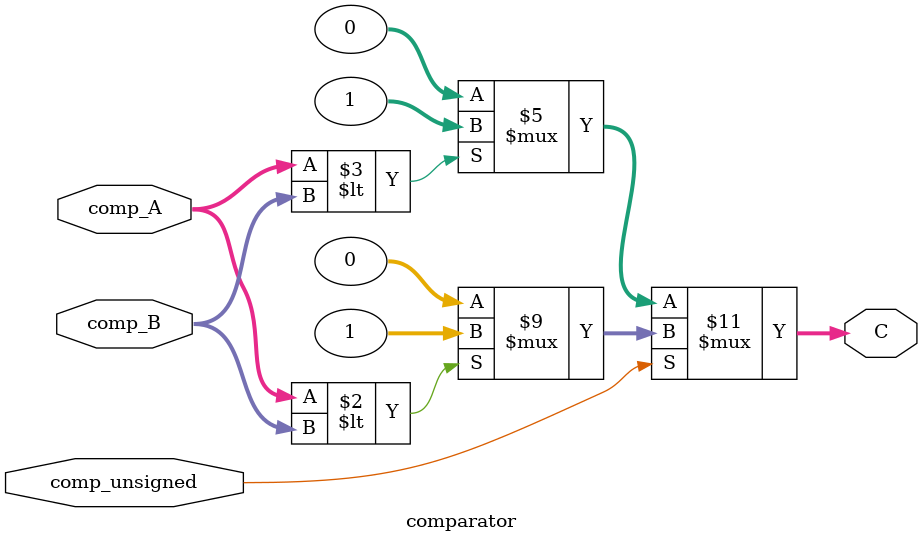
<source format=v>
/************************************************* 
 
Copyright:Call_Me_ZK

File name:comparator.v

Author:ZK
 
Date:2020-08-8
 
Description:

用于完成SLT SLTI指令以及辅助BLT BGE的判断。输入A B，若
A < B 则输出C=00...01，否则C=00...00。支持signed和unsigned
两种形式。

**************************************************/


module comparator

	#(parameter in_width = 32, out_width = 32)

(comp_A, comp_B, comp_unsigned, C);
	
	//输入待比较数和符号指示信号
	input [in_width-1:0] comp_A, comp_B;
	input comp_unsigned;
	
	output reg [out_width-1:0] C;
	
	//将操作数变换解释方法
	reg [in_width-1:0] A, B;
	always@(comp_A, comp_B, comp_unsigned) begin
		if(comp_unsigned) begin
			if($unsigned(comp_A) < $unsigned(comp_B))
				C <= 1;
			else
				C <= 0;
		end else begin
			if($signed(comp_A) < $signed(comp_B))
				C <= 1;
			else
				C <= 0;
		end
	end


endmodule





</source>
